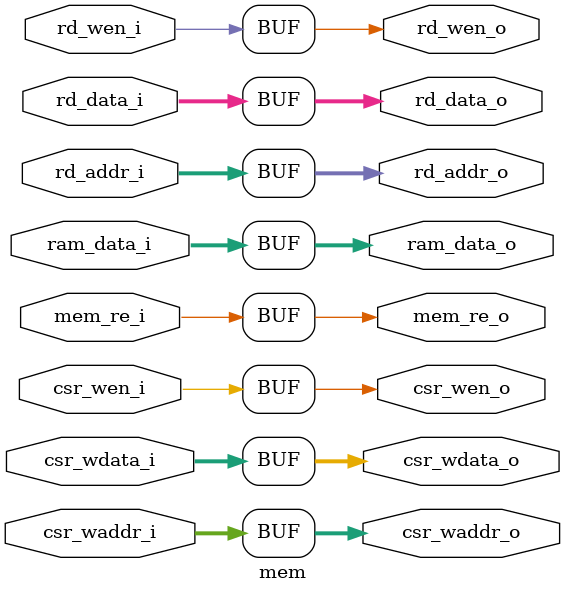
<source format=sv>
module mem (
    // from ex_mem
    input  wire [ 4:0] rd_addr_i,
    input  wire [31:0] rd_data_i,
    input  wire        rd_wen_i,
    input  wire        mem_re_i,
    input  wire [31:0] csr_wdata_i,
    input  wire [31:0] csr_waddr_i,
    input  wire        csr_wen_i,
    // from RAM
    input  wire [31:0] ram_data_i,
    // to mem_wb
    output reg  [ 4:0] rd_addr_o,
    output reg  [31:0] rd_data_o,
    output reg         rd_wen_o,
    output reg  [31:0] ram_data_o,
    output reg         mem_re_o,
    output reg  [31:0] csr_wdata_o,
    output reg  [31:0] csr_waddr_o,
    output reg         csr_wen_o
);
  always @(*) begin
    rd_addr_o = rd_addr_i;
    rd_wen_o = rd_wen_i;
    rd_data_o = rd_data_i;
    ram_data_o = ram_data_i;
    mem_re_o = mem_re_i;
    csr_wdata_o = csr_wdata_i;
    csr_waddr_o = csr_waddr_i;
    csr_wen_o = csr_wen_i;
  end
endmodule

</source>
